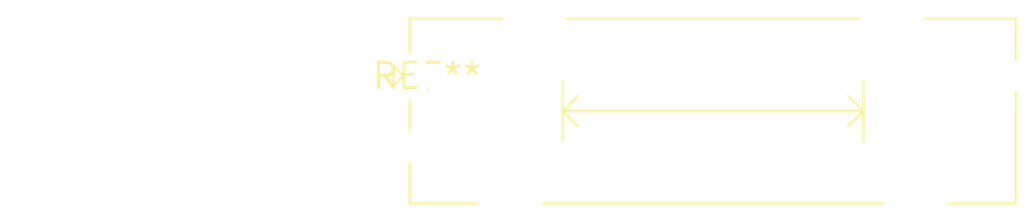
<source format=kicad_pcb>
(kicad_pcb (version 20240108) (generator pcbnew)
  (layers (0 "F.Cu" signal) (31 "B.Cu" signal) (34 "B.Paste" user) (35 "F.Paste" user) (36 "B.SilkS" user "B.Silkscreen") (37 "F.SilkS" user "F.Silkscreen") (38 "B.Mask" user) (39 "F.Mask" user) (44 "Edge.Cuts" user))
  (net 0 "")
  (footprint "Potentiometer_Bourns_PTA1543_Single_Slide" (layer "F.Cu") (at 0 0)
    (property "Reference" "REF**")
    (property "Value" "Potentiometer_Bourns_PTA1543_Single_Slide")
    (fp_line (start -1.675 -0.5) (end -1.675 0.5) (layer "F.SilkS") (stroke (width 0.12)))
    (fp_line (start -1.675 0.5) (end -1.175 0) (layer "F.SilkS") (stroke (width 0.12)))
    (fp_line (start -1.175 0) (end -1.675 -0.5) (layer "F.SilkS") (stroke (width 0.12)))
    (fp_line (start -0.87 -2.87) (end -0.87 -1.175) (layer "F.SilkS") (stroke (width 0.12)))
    (fp_line (start -0.87 -2.87) (end 3.715 -2.87) (layer "F.SilkS") (stroke (width 0.12)))
    (fp_line (start -0.87 1.175) (end -0.87 2.678) (layer "F.SilkS") (stroke (width 0.12)))
    (fp_line (start -0.87 4.323) (end -0.87 6.37) (layer "F.SilkS") (stroke (width 0.12)))
    (fp_line (start -0.87 6.37) (end 2.515 6.37) (layer "F.SilkS") (stroke (width 0.12)))
    (fp_line (start 5.786 6.37) (end 22.715 6.37) (layer "F.SilkS") (stroke (width 0.12)))
    (fp_line (start 6.75 0.25) (end 6.75 3.25) (layer "F.SilkS") (stroke (width 0.12)))
    (fp_line (start 6.75 1.75) (end 7.5 2.5) (layer "F.SilkS") (stroke (width 0.12)))
    (fp_line (start 6.75 1.75) (end 21.75 1.75) (layer "F.SilkS") (stroke (width 0.12)))
    (fp_line (start 6.986 -2.87) (end 21.515 -2.87) (layer "F.SilkS") (stroke (width 0.12)))
    (fp_line (start 7.5 1) (end 6.75 1.75) (layer "F.SilkS") (stroke (width 0.12)))
    (fp_line (start 21 1) (end 21.75 1.75) (layer "F.SilkS") (stroke (width 0.12)))
    (fp_line (start 21.75 0.25) (end 21.75 3.25) (layer "F.SilkS") (stroke (width 0.12)))
    (fp_line (start 21.75 1.75) (end 21 2.5) (layer "F.SilkS") (stroke (width 0.12)))
    (fp_line (start 24.786 -2.87) (end 29.37 -2.87) (layer "F.SilkS") (stroke (width 0.12)))
    (fp_line (start 25.986 6.37) (end 29.37 6.37) (layer "F.SilkS") (stroke (width 0.12)))
    (fp_line (start 29.37 -2.87) (end 29.37 -0.823) (layer "F.SilkS") (stroke (width 0.12)))
    (fp_line (start 29.37 0.823) (end 29.37 6.37) (layer "F.SilkS") (stroke (width 0.12)))
    (pad "1" thru_hole rect (at 0 0) (size 1.75 1.75) (drill 1.2) (layers *.Cu *.Mask) (remove_unused_layers))
    (pad "2" thru_hole circle (at 0 3.5) (size 1.75 1.75) (drill 1.2) (layers *.Cu *.Mask) (remove_unused_layers))
    (pad "3" thru_hole circle (at 28.5 0) (size 1.75 1.75) (drill 1.2) (layers *.Cu *.Mask) (remove_unused_layers))
    (pad "MP" thru_hole circle (at 4.15 5.95) (size 2.7 2.7) (drill 1.7) (layers *.Cu *.Mask) (remove_unused_layers))
    (pad "MP" thru_hole circle (at 5.35 -2.45) (size 2.7 2.7) (drill 1.7) (layers *.Cu *.Mask) (remove_unused_layers))
    (pad "MP" thru_hole circle (at 23.15 -2.45) (size 2.7 2.7) (drill 1.7) (layers *.Cu *.Mask) (remove_unused_layers))
    (pad "MP" thru_hole circle (at 24.35 5.95) (size 2.7 2.7) (drill 1.7) (layers *.Cu *.Mask) (remove_unused_layers))
  )
)
</source>
